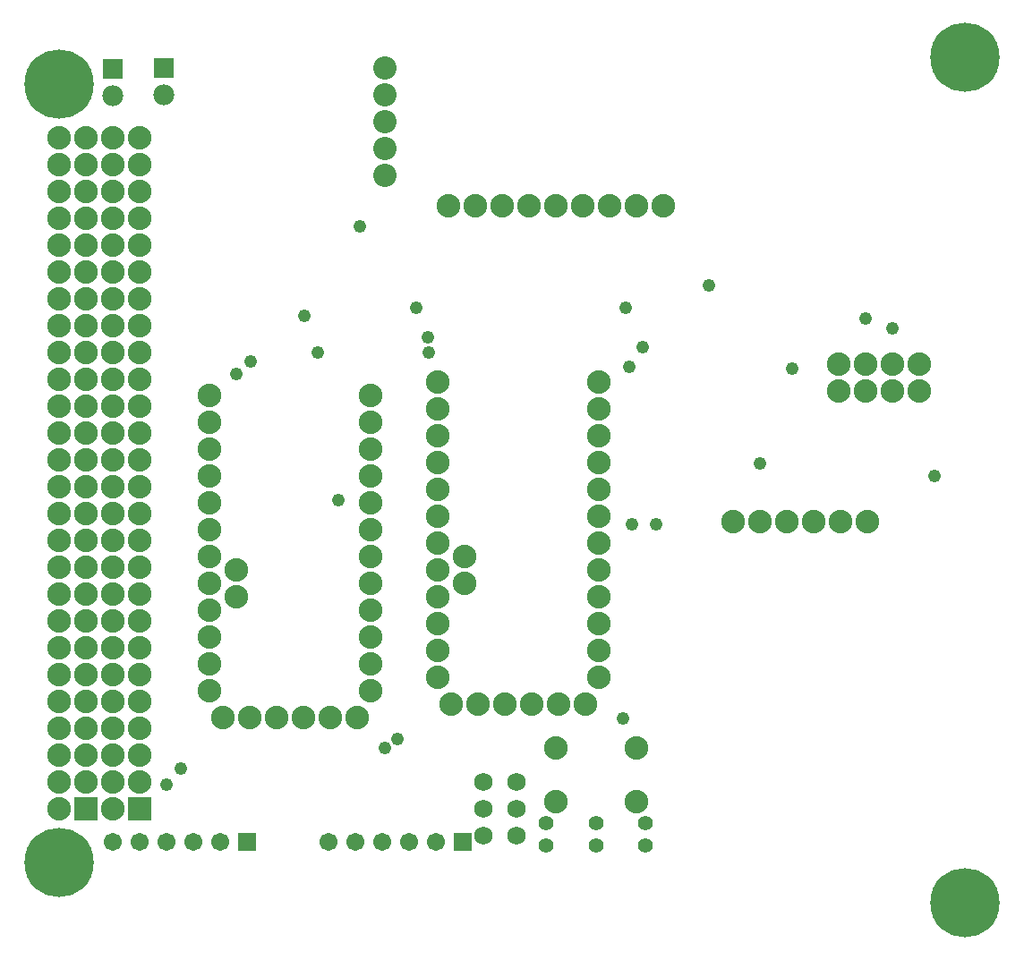
<source format=gbs>
G04 Layer_Color=16711935*
%FSLAX25Y25*%
%MOIN*%
G70*
G01*
G75*
%ADD36C,0.08800*%
%ADD37C,0.08674*%
%ADD38C,0.06706*%
%ADD39R,0.06706X0.06706*%
%ADD40C,0.07800*%
%ADD41R,0.07800X0.07800*%
%ADD42C,0.06800*%
%ADD43C,0.05524*%
%ADD44R,0.08800X0.08800*%
%ADD45C,0.25800*%
%ADD46C,0.04800*%
D36*
X-67000Y210500D02*
D03*
Y220500D02*
D03*
X-57000D02*
D03*
Y210500D02*
D03*
X-47000D02*
D03*
Y220500D02*
D03*
X-37000Y210500D02*
D03*
Y220500D02*
D03*
X-106500Y162000D02*
D03*
X-96500D02*
D03*
X-86500D02*
D03*
X-76500D02*
D03*
X-56500D02*
D03*
X-66500D02*
D03*
X-212500Y279500D02*
D03*
X-192500D02*
D03*
X-202500D02*
D03*
X-142500D02*
D03*
X-132500D02*
D03*
X-172500D02*
D03*
X-182500D02*
D03*
X-152500D02*
D03*
X-162500D02*
D03*
X-301500Y109000D02*
D03*
Y99000D02*
D03*
Y119000D02*
D03*
X-296500Y89000D02*
D03*
X-301500Y129000D02*
D03*
X-291500Y134000D02*
D03*
X-301500Y139000D02*
D03*
Y159000D02*
D03*
Y149000D02*
D03*
Y179000D02*
D03*
Y169000D02*
D03*
Y189000D02*
D03*
X-291500Y144000D02*
D03*
X-301500Y199000D02*
D03*
Y209000D02*
D03*
X-286500Y89000D02*
D03*
X-276500D02*
D03*
X-266500D02*
D03*
X-256500D02*
D03*
X-246500D02*
D03*
X-241500Y99000D02*
D03*
Y109000D02*
D03*
Y179000D02*
D03*
Y169000D02*
D03*
Y209000D02*
D03*
Y189000D02*
D03*
Y199000D02*
D03*
Y129000D02*
D03*
Y119000D02*
D03*
Y159000D02*
D03*
Y139000D02*
D03*
Y149000D02*
D03*
X-216500Y114000D02*
D03*
Y104000D02*
D03*
Y124000D02*
D03*
X-211500Y94000D02*
D03*
X-216500Y134000D02*
D03*
X-206500Y139000D02*
D03*
X-216500Y144000D02*
D03*
Y164000D02*
D03*
Y154000D02*
D03*
Y184000D02*
D03*
Y174000D02*
D03*
Y194000D02*
D03*
X-206500Y149000D02*
D03*
X-216500Y204000D02*
D03*
Y214000D02*
D03*
X-201500Y94000D02*
D03*
X-191500D02*
D03*
X-181500D02*
D03*
X-171500D02*
D03*
X-161500D02*
D03*
X-156500Y104000D02*
D03*
Y114000D02*
D03*
Y184000D02*
D03*
Y174000D02*
D03*
Y214000D02*
D03*
Y194000D02*
D03*
Y204000D02*
D03*
Y134000D02*
D03*
Y124000D02*
D03*
Y164000D02*
D03*
Y144000D02*
D03*
Y154000D02*
D03*
X-142500Y77500D02*
D03*
Y57500D02*
D03*
X-172500Y77500D02*
D03*
Y57500D02*
D03*
X-357500Y125000D02*
D03*
Y105000D02*
D03*
Y115000D02*
D03*
Y155000D02*
D03*
Y165000D02*
D03*
Y135000D02*
D03*
Y145000D02*
D03*
Y65000D02*
D03*
Y55000D02*
D03*
Y95000D02*
D03*
Y75000D02*
D03*
Y85000D02*
D03*
Y195000D02*
D03*
Y175000D02*
D03*
Y185000D02*
D03*
Y225000D02*
D03*
Y235000D02*
D03*
Y205000D02*
D03*
Y215000D02*
D03*
Y265000D02*
D03*
Y275000D02*
D03*
Y245000D02*
D03*
Y255000D02*
D03*
Y285000D02*
D03*
Y295000D02*
D03*
Y305000D02*
D03*
X-347500Y85000D02*
D03*
Y95000D02*
D03*
Y65000D02*
D03*
Y75000D02*
D03*
Y125000D02*
D03*
Y135000D02*
D03*
Y105000D02*
D03*
Y115000D02*
D03*
Y165000D02*
D03*
Y175000D02*
D03*
Y145000D02*
D03*
Y155000D02*
D03*
Y215000D02*
D03*
Y185000D02*
D03*
Y195000D02*
D03*
Y235000D02*
D03*
Y225000D02*
D03*
Y255000D02*
D03*
Y265000D02*
D03*
Y205000D02*
D03*
Y245000D02*
D03*
Y295000D02*
D03*
Y305000D02*
D03*
Y275000D02*
D03*
Y285000D02*
D03*
X-337500Y125000D02*
D03*
Y105000D02*
D03*
Y115000D02*
D03*
Y155000D02*
D03*
Y165000D02*
D03*
Y135000D02*
D03*
Y145000D02*
D03*
Y65000D02*
D03*
Y55000D02*
D03*
Y95000D02*
D03*
Y75000D02*
D03*
Y85000D02*
D03*
Y195000D02*
D03*
Y175000D02*
D03*
Y185000D02*
D03*
Y225000D02*
D03*
Y235000D02*
D03*
Y205000D02*
D03*
Y215000D02*
D03*
Y265000D02*
D03*
Y275000D02*
D03*
Y245000D02*
D03*
Y255000D02*
D03*
Y285000D02*
D03*
Y295000D02*
D03*
Y305000D02*
D03*
X-327500Y85000D02*
D03*
Y95000D02*
D03*
Y65000D02*
D03*
Y75000D02*
D03*
Y125000D02*
D03*
Y135000D02*
D03*
Y105000D02*
D03*
Y115000D02*
D03*
Y165000D02*
D03*
Y175000D02*
D03*
Y145000D02*
D03*
Y155000D02*
D03*
Y215000D02*
D03*
Y185000D02*
D03*
Y195000D02*
D03*
Y235000D02*
D03*
Y225000D02*
D03*
Y255000D02*
D03*
Y265000D02*
D03*
Y205000D02*
D03*
Y245000D02*
D03*
Y295000D02*
D03*
Y305000D02*
D03*
Y275000D02*
D03*
Y285000D02*
D03*
D37*
X-236000Y311000D02*
D03*
Y291000D02*
D03*
Y331000D02*
D03*
Y301000D02*
D03*
Y321000D02*
D03*
D38*
X-257000Y42500D02*
D03*
X-247000D02*
D03*
X-237000D02*
D03*
X-217000D02*
D03*
X-227000D02*
D03*
X-337500D02*
D03*
X-327500D02*
D03*
X-317500D02*
D03*
X-297500D02*
D03*
X-307500D02*
D03*
D39*
X-207000D02*
D03*
X-287500D02*
D03*
D40*
X-337500Y320500D02*
D03*
X-318500Y321000D02*
D03*
D41*
X-337500Y330500D02*
D03*
X-318500Y331000D02*
D03*
D42*
X-187000Y65000D02*
D03*
Y55000D02*
D03*
Y45000D02*
D03*
X-199500Y65000D02*
D03*
Y55000D02*
D03*
Y45000D02*
D03*
D43*
X-139000Y41232D02*
D03*
Y49500D02*
D03*
X-157500Y41232D02*
D03*
Y49500D02*
D03*
X-176000Y41232D02*
D03*
Y49500D02*
D03*
D44*
X-347500Y55000D02*
D03*
X-327500D02*
D03*
D45*
X-20000Y20000D02*
D03*
Y335000D02*
D03*
X-357500Y325000D02*
D03*
Y35000D02*
D03*
D46*
Y44500D02*
D03*
Y25500D02*
D03*
X-365500Y40000D02*
D03*
Y30000D02*
D03*
X-349500Y40000D02*
D03*
Y30000D02*
D03*
X-12000Y15000D02*
D03*
Y25000D02*
D03*
X-28000Y15000D02*
D03*
Y25000D02*
D03*
X-20000Y10500D02*
D03*
Y29500D02*
D03*
X-349500Y320000D02*
D03*
Y330000D02*
D03*
X-365500Y320000D02*
D03*
Y330000D02*
D03*
X-357500Y315500D02*
D03*
Y334500D02*
D03*
X-12000Y330000D02*
D03*
Y340000D02*
D03*
X-28000Y330000D02*
D03*
Y340000D02*
D03*
X-20000Y325500D02*
D03*
Y344500D02*
D03*
X-145000Y219500D02*
D03*
X-140000Y227000D02*
D03*
X-47000Y234000D02*
D03*
X-84500Y219000D02*
D03*
X-245500Y272000D02*
D03*
X-266000Y238500D02*
D03*
X-261000Y225000D02*
D03*
X-286000Y221500D02*
D03*
X-291500Y217000D02*
D03*
X-219722Y225000D02*
D03*
X-220000Y230500D02*
D03*
X-312000Y70000D02*
D03*
X-317500Y64000D02*
D03*
X-236000Y77500D02*
D03*
X-231500Y81000D02*
D03*
X-147500Y88500D02*
D03*
X-96500Y183500D02*
D03*
X-31500Y179000D02*
D03*
X-144000Y161000D02*
D03*
X-135000D02*
D03*
X-57000Y237500D02*
D03*
X-115500Y250000D02*
D03*
X-146500Y241500D02*
D03*
X-224500D02*
D03*
X-253500Y170000D02*
D03*
M02*

</source>
